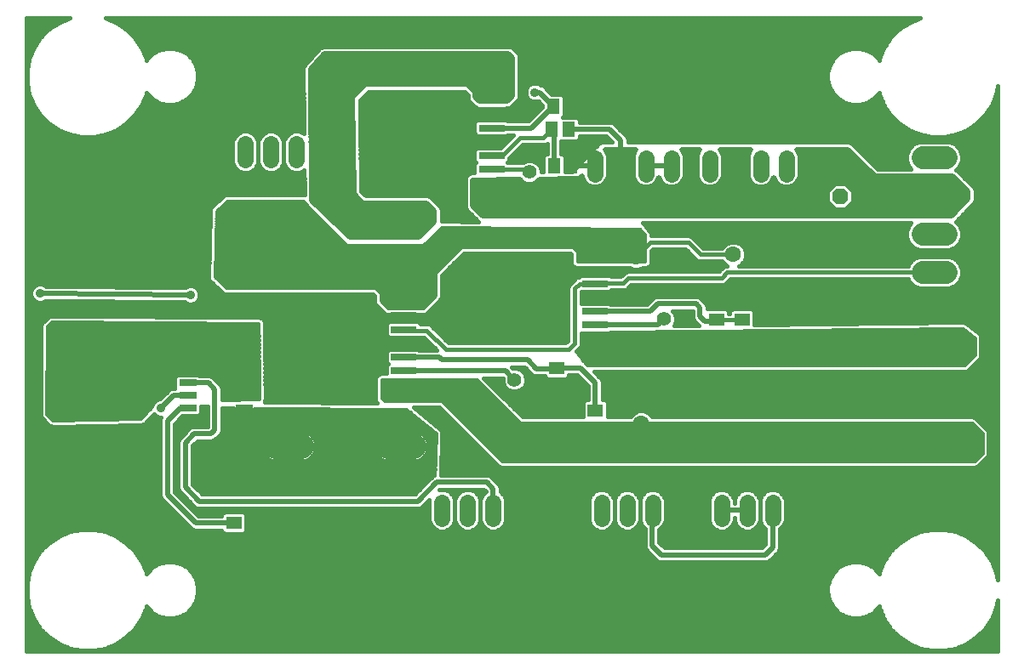
<source format=gbl>
G75*
%MOIN*%
%OFA0B0*%
%FSLAX24Y24*%
%IPPOS*%
%LPD*%
%AMOC8*
5,1,8,0,0,1.08239X$1,22.5*
%
%ADD10R,0.1000X0.0270*%
%ADD11R,0.3000X0.1500*%
%ADD12C,0.1000*%
%ADD13R,0.0512X0.0591*%
%ADD14OC8,0.0630*%
%ADD15C,0.0630*%
%ADD16OC8,0.0600*%
%ADD17C,0.0550*%
%ADD18C,0.0900*%
%ADD19R,0.0591X0.0512*%
%ADD20C,0.0630*%
%ADD21R,0.0689X0.0256*%
%ADD22C,0.0200*%
%ADD23C,0.0160*%
%ADD24C,0.0360*%
%ADD25C,0.0100*%
D10*
X017430Y013610D03*
X017430Y014150D03*
X017430Y014690D03*
X017430Y015230D03*
X017430Y015770D03*
X017430Y016310D03*
X017430Y016850D03*
X020880Y021510D03*
X020880Y022050D03*
X020880Y022590D03*
X020880Y023130D03*
X020880Y023670D03*
X020880Y024210D03*
X020880Y024750D03*
X024930Y018650D03*
X024930Y018110D03*
X024930Y017570D03*
X024930Y017030D03*
X024930Y016490D03*
X024930Y015950D03*
X024930Y015410D03*
D11*
X021980Y017030D03*
X014480Y015230D03*
X017930Y023130D03*
D12*
X017830Y020060D02*
X016830Y020060D01*
X013430Y020060D02*
X012430Y020060D01*
X012430Y011200D02*
X013430Y011200D01*
X016830Y011200D02*
X017830Y011200D01*
D13*
X023325Y022190D03*
X023995Y022190D03*
X023905Y023620D03*
X023235Y023620D03*
X023295Y024530D03*
X023965Y024530D03*
D14*
X022290Y026350D03*
X027530Y018630D03*
X031330Y018710D03*
X032990Y016830D03*
X034530Y020980D03*
X026730Y013480D03*
D15*
X026730Y012080D03*
X032990Y015430D03*
X030330Y018710D03*
X026530Y018630D03*
X035930Y020980D03*
X021290Y026350D03*
D16*
X022360Y022740D03*
X028430Y016180D03*
X021766Y012994D03*
D17*
X021766Y013794D03*
X027630Y016180D03*
X022360Y021940D03*
D18*
X036080Y015180D02*
X036980Y015180D01*
X038080Y015180D02*
X038980Y015180D01*
X038980Y013180D02*
X038080Y013180D01*
X036980Y013180D02*
X036080Y013180D01*
X036080Y011180D02*
X036980Y011180D01*
X038080Y011180D02*
X038980Y011180D01*
X038980Y009180D02*
X038080Y009180D01*
X036980Y009180D02*
X036080Y009180D01*
X037752Y018006D02*
X038652Y018006D01*
X038652Y019506D02*
X037752Y019506D01*
X037752Y021006D02*
X038652Y021006D01*
X038652Y022506D02*
X037752Y022506D01*
X006980Y015080D02*
X006080Y015080D01*
X004980Y015080D02*
X004080Y015080D01*
X004080Y013080D02*
X004980Y013080D01*
X006080Y013080D02*
X006980Y013080D01*
X006980Y011080D02*
X006080Y011080D01*
X004980Y011080D02*
X004080Y011080D01*
X004080Y009080D02*
X004980Y009080D01*
X006080Y009080D02*
X006980Y009080D01*
D19*
X010780Y008184D03*
X010780Y007436D03*
X023430Y013595D03*
X023430Y014265D03*
X024940Y012585D03*
X024940Y011915D03*
X030680Y015495D03*
X030680Y016165D03*
X029680Y016145D03*
X029680Y016815D03*
X027780Y019656D03*
X027780Y020404D03*
D20*
X027930Y021865D02*
X027930Y022495D01*
X026930Y022495D02*
X026930Y021865D01*
X025930Y021865D02*
X025930Y022495D01*
X024930Y022495D02*
X024930Y021865D01*
X029430Y021865D02*
X029430Y022495D01*
X030430Y022495D02*
X030430Y021865D01*
X031430Y021865D02*
X031430Y022495D01*
X032430Y022495D02*
X032430Y021865D01*
X032880Y008995D02*
X032880Y008365D01*
X031880Y008365D02*
X031880Y008995D01*
X030880Y008995D02*
X030880Y008365D01*
X029880Y008365D02*
X029880Y008995D01*
X028180Y008995D02*
X028180Y008365D01*
X027180Y008365D02*
X027180Y008995D01*
X026180Y008995D02*
X026180Y008365D01*
X025180Y008365D02*
X025180Y008995D01*
X021930Y008995D02*
X021930Y008365D01*
X020930Y008365D02*
X020930Y008995D01*
X019930Y008995D02*
X019930Y008365D01*
X018930Y008365D02*
X018930Y008995D01*
X013230Y022415D02*
X013230Y023045D01*
X012230Y023045D02*
X012230Y022415D01*
X011230Y022415D02*
X011230Y023045D01*
X010230Y023045D02*
X010230Y022415D01*
D21*
X011180Y013680D03*
X011180Y013180D03*
X011180Y012680D03*
X011180Y012180D03*
X008975Y012180D03*
X008975Y012680D03*
X008975Y013180D03*
X008975Y013680D03*
D22*
X009780Y013680D01*
X010030Y013430D01*
X010030Y011830D01*
X009880Y011680D01*
X009230Y011680D01*
X008880Y011330D01*
X008880Y009580D01*
X009430Y009030D01*
X017980Y009030D01*
X018730Y009780D01*
X020680Y009780D01*
X020930Y009530D01*
X020930Y008680D01*
X024930Y012595D02*
X024940Y012585D01*
X024930Y012595D02*
X024930Y013680D01*
X024345Y014265D01*
X023430Y014265D01*
X023395Y014230D01*
X022630Y014230D01*
X022280Y014580D01*
X018930Y014580D01*
X018820Y014690D01*
X017430Y014690D01*
X017430Y014150D02*
X021410Y014150D01*
X021766Y013794D01*
X024930Y015950D02*
X027400Y015950D01*
X027630Y016180D01*
X027090Y016490D02*
X027380Y016780D01*
X028880Y016780D01*
X029030Y016630D01*
X029030Y016280D01*
X029230Y016080D01*
X029615Y016080D01*
X029680Y016145D01*
X027090Y016490D02*
X024930Y016490D01*
X020530Y020230D02*
X020130Y020630D01*
X020130Y021630D01*
X021975Y021653D01*
X022091Y021537D01*
X022266Y021465D01*
X022454Y021465D01*
X022629Y021537D01*
X022755Y021663D01*
X024130Y021680D01*
X024144Y021695D01*
X024333Y021695D01*
X024415Y021776D01*
X024415Y021763D01*
X024493Y021573D01*
X024638Y021428D01*
X024828Y021350D01*
X025032Y021350D01*
X025222Y021428D01*
X025367Y021573D01*
X025445Y021763D01*
X025445Y022597D01*
X025367Y022787D01*
X025323Y022830D01*
X026537Y022830D01*
X026493Y022787D01*
X026415Y022597D01*
X026415Y021763D01*
X026493Y021573D01*
X026638Y021428D01*
X026828Y021350D01*
X027032Y021350D01*
X027222Y021428D01*
X027367Y021573D01*
X027430Y021726D01*
X027493Y021573D01*
X027638Y021428D01*
X027828Y021350D01*
X028032Y021350D01*
X028222Y021428D01*
X028367Y021573D01*
X028445Y021763D01*
X028445Y022597D01*
X028367Y022787D01*
X028323Y022830D01*
X029037Y022830D01*
X028993Y022787D01*
X028915Y022597D01*
X028915Y021763D01*
X028993Y021573D01*
X029138Y021428D01*
X029328Y021350D01*
X029532Y021350D01*
X029722Y021428D01*
X029867Y021573D01*
X029945Y021763D01*
X029945Y022597D01*
X029867Y022787D01*
X029823Y022830D01*
X031037Y022830D01*
X030993Y022787D01*
X030915Y022597D01*
X030915Y021763D01*
X030993Y021573D01*
X031138Y021428D01*
X031328Y021350D01*
X031532Y021350D01*
X031722Y021428D01*
X031867Y021573D01*
X031930Y021726D01*
X031993Y021573D01*
X032138Y021428D01*
X032328Y021350D01*
X032532Y021350D01*
X032722Y021428D01*
X032867Y021573D01*
X032945Y021763D01*
X032945Y022597D01*
X032867Y022787D01*
X032823Y022830D01*
X034830Y022830D01*
X035880Y021780D01*
X038930Y021780D01*
X039530Y021180D01*
X039530Y020880D01*
X038880Y020230D01*
X020530Y020230D01*
X020413Y020347D02*
X038997Y020347D01*
X039195Y020545D02*
X034823Y020545D01*
X034743Y020465D02*
X035045Y020767D01*
X035045Y021193D01*
X034743Y021495D01*
X034317Y021495D01*
X034015Y021193D01*
X034015Y020767D01*
X034317Y020465D01*
X034743Y020465D01*
X035022Y020744D02*
X039394Y020744D01*
X039530Y020942D02*
X035045Y020942D01*
X035045Y021141D02*
X039530Y021141D01*
X039371Y021339D02*
X034899Y021339D01*
X034161Y021339D02*
X020130Y021339D01*
X020130Y021141D02*
X034015Y021141D01*
X034015Y020942D02*
X020130Y020942D01*
X020130Y020744D02*
X034038Y020744D01*
X034237Y020545D02*
X020215Y020545D01*
X020130Y021538D02*
X022091Y021538D01*
X022629Y021538D02*
X024529Y021538D01*
X024426Y021736D02*
X024375Y021736D01*
X023995Y022190D02*
X024920Y022190D01*
X024930Y022180D01*
X025445Y022133D02*
X026415Y022133D01*
X026415Y021935D02*
X025445Y021935D01*
X025434Y021736D02*
X026426Y021736D01*
X026529Y021538D02*
X025331Y021538D01*
X025930Y022180D02*
X025930Y023180D01*
X025490Y023620D01*
X023905Y023620D01*
X023325Y023530D02*
X023235Y023620D01*
X023325Y023530D02*
X023325Y022190D01*
X022435Y023670D02*
X020880Y023670D01*
X020380Y024730D02*
X020230Y024880D01*
X020230Y025080D01*
X019930Y025380D01*
X015930Y025380D01*
X015430Y024880D01*
X015480Y021080D01*
X015830Y020730D01*
X018330Y020730D01*
X018630Y020430D01*
X018630Y019980D01*
X018030Y019380D01*
X015330Y019380D01*
X013830Y020830D01*
X013780Y025980D01*
X014330Y026580D01*
X021530Y026580D01*
X021680Y026430D01*
X021680Y024930D01*
X021480Y024730D01*
X020380Y024730D01*
X020230Y024912D02*
X021662Y024912D01*
X021680Y025111D02*
X020199Y025111D01*
X020001Y025309D02*
X021680Y025309D01*
X021680Y025508D02*
X013785Y025508D01*
X013783Y025706D02*
X021680Y025706D01*
X021680Y025905D02*
X013781Y025905D01*
X013893Y026103D02*
X021680Y026103D01*
X021680Y026302D02*
X014075Y026302D01*
X014257Y026500D02*
X021610Y026500D01*
X022570Y025070D02*
X022755Y025070D01*
X023295Y024530D01*
X022435Y023670D01*
X022570Y025070D02*
X022740Y025070D01*
X025391Y022729D02*
X026469Y022729D01*
X026415Y022530D02*
X025445Y022530D01*
X025445Y022332D02*
X026415Y022332D01*
X026930Y022180D02*
X027930Y022180D01*
X028445Y022133D02*
X028915Y022133D01*
X028915Y021935D02*
X028445Y021935D01*
X028434Y021736D02*
X028926Y021736D01*
X029029Y021538D02*
X028331Y021538D01*
X027529Y021538D02*
X027331Y021538D01*
X028445Y022332D02*
X028915Y022332D01*
X028915Y022530D02*
X028445Y022530D01*
X028391Y022729D02*
X028969Y022729D01*
X029891Y022729D02*
X030969Y022729D01*
X030915Y022530D02*
X029945Y022530D01*
X029945Y022332D02*
X030915Y022332D01*
X030915Y022133D02*
X029945Y022133D01*
X029945Y021935D02*
X030915Y021935D01*
X030926Y021736D02*
X029934Y021736D01*
X029831Y021538D02*
X031029Y021538D01*
X031831Y021538D02*
X032029Y021538D01*
X032831Y021538D02*
X039172Y021538D01*
X038974Y021736D02*
X032934Y021736D01*
X032945Y021935D02*
X035725Y021935D01*
X035527Y022133D02*
X032945Y022133D01*
X032945Y022332D02*
X035328Y022332D01*
X035130Y022530D02*
X032945Y022530D01*
X032891Y022729D02*
X034931Y022729D01*
X018630Y020347D02*
X014330Y020347D01*
X014125Y020545D02*
X018515Y020545D01*
X018630Y020148D02*
X014535Y020148D01*
X014741Y019950D02*
X018600Y019950D01*
X018401Y019751D02*
X014946Y019751D01*
X015152Y019553D02*
X018203Y019553D01*
X015816Y020744D02*
X013919Y020744D01*
X013829Y020942D02*
X015618Y020942D01*
X015479Y021141D02*
X013827Y021141D01*
X013825Y021339D02*
X015477Y021339D01*
X015474Y021538D02*
X013823Y021538D01*
X013821Y021736D02*
X015471Y021736D01*
X015469Y021935D02*
X013819Y021935D01*
X013817Y022133D02*
X015466Y022133D01*
X015464Y022332D02*
X013815Y022332D01*
X013813Y022530D02*
X015461Y022530D01*
X015458Y022729D02*
X013812Y022729D01*
X013810Y022927D02*
X015456Y022927D01*
X015453Y023126D02*
X013808Y023126D01*
X013806Y023324D02*
X015450Y023324D01*
X015448Y023523D02*
X013804Y023523D01*
X013802Y023721D02*
X015445Y023721D01*
X015443Y023920D02*
X013800Y023920D01*
X013798Y024118D02*
X015440Y024118D01*
X015437Y024317D02*
X013796Y024317D01*
X013794Y024515D02*
X015435Y024515D01*
X015432Y024714D02*
X013792Y024714D01*
X013790Y024912D02*
X015462Y024912D01*
X015661Y025111D02*
X013788Y025111D01*
X013787Y025309D02*
X015859Y025309D01*
X011230Y022730D02*
X011180Y022680D01*
X009080Y017130D02*
X003180Y017180D01*
X007930Y012680D02*
X008430Y013180D01*
X008975Y013180D01*
X008975Y012680D02*
X008680Y012680D01*
X008180Y012180D01*
X008180Y009280D01*
X009276Y008184D01*
X010780Y008184D01*
X016680Y015180D02*
X017430Y015230D01*
X018180Y015180D02*
X016680Y015180D01*
X016680Y016180D02*
X017430Y016310D01*
X018180Y016180D02*
X016680Y016180D01*
X018180Y016180D02*
X018298Y016181D01*
X018305Y015181D02*
X018180Y015180D01*
X027155Y008655D02*
X027180Y008680D01*
X027155Y008655D02*
X027155Y007305D01*
X027530Y006930D01*
X031580Y006930D01*
X031880Y007230D01*
X031880Y008680D01*
X030880Y008680D02*
X029880Y008680D01*
D23*
X002660Y003160D02*
X002660Y027980D01*
X004352Y027980D01*
X003928Y027804D01*
X003538Y027544D01*
X003206Y027212D01*
X002946Y026822D01*
X002766Y026389D01*
X002675Y025929D01*
X002675Y025461D01*
X002766Y025001D01*
X002946Y024568D01*
X003206Y024178D01*
X003538Y023846D01*
X003928Y023586D01*
X004361Y023406D01*
X004821Y023315D01*
X005289Y023315D01*
X005749Y023406D01*
X006182Y023586D01*
X006572Y023846D01*
X006904Y024178D01*
X007164Y024568D01*
X007344Y025001D01*
X007355Y025060D01*
X007381Y025017D01*
X007587Y024811D01*
X007838Y024665D01*
X008120Y024590D01*
X008410Y024590D01*
X008692Y024665D01*
X008943Y024811D01*
X009149Y025017D01*
X009295Y025268D01*
X009370Y025550D01*
X009370Y025840D01*
X009295Y026122D01*
X009149Y026373D01*
X008943Y026579D01*
X008692Y026725D01*
X008410Y026800D01*
X008120Y026800D01*
X007838Y026725D01*
X007587Y026579D01*
X007381Y026373D01*
X007355Y026330D01*
X007344Y026389D01*
X007164Y026822D01*
X006904Y027212D01*
X006572Y027544D01*
X006182Y027804D01*
X005758Y027980D01*
X037647Y027980D01*
X037223Y027804D01*
X036833Y027544D01*
X036501Y027212D01*
X036241Y026822D01*
X036061Y026389D01*
X036050Y026330D01*
X036024Y026373D01*
X035818Y026579D01*
X035567Y026725D01*
X035285Y026800D01*
X034995Y026800D01*
X034713Y026725D01*
X034462Y026579D01*
X034256Y026373D01*
X034110Y026122D01*
X034035Y025840D01*
X034035Y025550D01*
X034110Y025268D01*
X034256Y025017D01*
X034462Y024811D01*
X034713Y024665D01*
X034995Y024590D01*
X035285Y024590D01*
X035567Y024665D01*
X035818Y024811D01*
X036024Y025017D01*
X036050Y025060D01*
X036061Y025001D01*
X036241Y024568D01*
X036501Y024178D01*
X036833Y023846D01*
X037223Y023586D01*
X037656Y023406D01*
X038116Y023315D01*
X038584Y023315D01*
X039044Y023406D01*
X039477Y023586D01*
X039867Y023846D01*
X040199Y024178D01*
X040459Y024568D01*
X040639Y025001D01*
X040700Y025310D01*
X040700Y005940D01*
X040639Y006249D01*
X040459Y006682D01*
X040199Y007072D01*
X039867Y007404D01*
X039477Y007664D01*
X039044Y007844D01*
X038584Y007935D01*
X038116Y007935D01*
X037656Y007844D01*
X037223Y007664D01*
X036833Y007404D01*
X036501Y007072D01*
X036241Y006682D01*
X036061Y006249D01*
X036050Y006190D01*
X036024Y006233D01*
X035818Y006439D01*
X035567Y006585D01*
X035285Y006660D01*
X034995Y006660D01*
X034713Y006585D01*
X034462Y006439D01*
X034256Y006233D01*
X034110Y005982D01*
X034035Y005700D01*
X034035Y005410D01*
X034110Y005128D01*
X034256Y004877D01*
X034462Y004671D01*
X034713Y004525D01*
X034995Y004450D01*
X035285Y004450D01*
X035567Y004525D01*
X035818Y004671D01*
X036024Y004877D01*
X036050Y004920D01*
X036061Y004861D01*
X036241Y004428D01*
X036501Y004038D01*
X036833Y003706D01*
X037223Y003446D01*
X037656Y003266D01*
X038116Y003175D01*
X038584Y003175D01*
X039044Y003266D01*
X039477Y003446D01*
X039867Y003706D01*
X040199Y004038D01*
X040459Y004428D01*
X040639Y004861D01*
X040700Y005170D01*
X040700Y003160D01*
X002660Y003160D01*
X002660Y003314D02*
X004246Y003314D01*
X004361Y003266D02*
X004821Y003175D01*
X005289Y003175D01*
X005749Y003266D01*
X006182Y003446D01*
X006572Y003706D01*
X006904Y004038D01*
X007164Y004428D01*
X007344Y004861D01*
X007355Y004920D01*
X007381Y004877D01*
X007587Y004671D01*
X007838Y004525D01*
X008120Y004450D01*
X008410Y004450D01*
X008692Y004525D01*
X008943Y004671D01*
X009149Y004877D01*
X009295Y005128D01*
X009370Y005410D01*
X009370Y005700D01*
X009295Y005982D01*
X009149Y006233D01*
X008943Y006439D01*
X008692Y006585D01*
X008410Y006660D01*
X008120Y006660D01*
X007838Y006585D01*
X007587Y006439D01*
X007381Y006233D01*
X007355Y006190D01*
X007344Y006249D01*
X007164Y006682D01*
X006904Y007072D01*
X006572Y007404D01*
X006182Y007664D01*
X005749Y007844D01*
X005289Y007935D01*
X004821Y007935D01*
X004361Y007844D01*
X003928Y007664D01*
X003538Y007404D01*
X003206Y007072D01*
X002946Y006682D01*
X002766Y006249D01*
X002675Y005789D01*
X002675Y005321D01*
X002766Y004861D01*
X002946Y004428D01*
X003206Y004038D01*
X003538Y003706D01*
X003928Y003446D01*
X004361Y003266D01*
X003888Y003473D02*
X002660Y003473D01*
X002660Y003631D02*
X003651Y003631D01*
X003455Y003790D02*
X002660Y003790D01*
X002660Y003948D02*
X003296Y003948D01*
X003160Y004107D02*
X002660Y004107D01*
X002660Y004265D02*
X003055Y004265D01*
X002949Y004424D02*
X002660Y004424D01*
X002660Y004582D02*
X002882Y004582D01*
X002816Y004741D02*
X002660Y004741D01*
X002660Y004899D02*
X002759Y004899D01*
X002727Y005058D02*
X002660Y005058D01*
X002660Y005216D02*
X002696Y005216D01*
X002675Y005375D02*
X002660Y005375D01*
X002660Y005533D02*
X002675Y005533D01*
X002660Y005692D02*
X002675Y005692D01*
X002660Y005850D02*
X002687Y005850D01*
X002660Y006009D02*
X002719Y006009D01*
X002750Y006167D02*
X002660Y006167D01*
X002660Y006326D02*
X002798Y006326D01*
X002864Y006484D02*
X002660Y006484D01*
X002660Y006643D02*
X002929Y006643D01*
X003025Y006801D02*
X002660Y006801D01*
X002660Y006960D02*
X003131Y006960D01*
X003252Y007118D02*
X002660Y007118D01*
X002660Y007277D02*
X003411Y007277D01*
X003585Y007435D02*
X002660Y007435D01*
X002660Y007594D02*
X003822Y007594D01*
X004140Y007752D02*
X002660Y007752D01*
X002660Y007911D02*
X004697Y007911D01*
X005413Y007911D02*
X009205Y007911D01*
X009220Y007904D02*
X010305Y007904D01*
X010305Y007854D01*
X010410Y007748D01*
X011150Y007748D01*
X011255Y007854D01*
X011255Y008514D01*
X011150Y008620D01*
X010410Y008620D01*
X010305Y008514D01*
X010305Y008464D01*
X009392Y008464D01*
X008460Y009396D01*
X008460Y012064D01*
X008768Y012372D01*
X009394Y012372D01*
X009500Y012477D01*
X009500Y012752D01*
X009750Y012755D01*
X009750Y011960D01*
X009174Y011960D01*
X009071Y011917D01*
X008721Y011567D01*
X008643Y011489D01*
X008600Y011386D01*
X008600Y009524D01*
X008643Y009421D01*
X009193Y008871D01*
X009271Y008793D01*
X009374Y008750D01*
X018036Y008750D01*
X018139Y008793D01*
X018435Y009089D01*
X018435Y008267D01*
X018510Y008085D01*
X018650Y007945D01*
X018832Y007870D01*
X019028Y007870D01*
X019210Y007945D01*
X019350Y008085D01*
X019425Y008267D01*
X019425Y009093D01*
X019350Y009275D01*
X019210Y009415D01*
X019028Y009490D01*
X018836Y009490D01*
X018846Y009500D01*
X020564Y009500D01*
X020649Y009415D01*
X020510Y009275D01*
X020435Y009093D01*
X020435Y008267D01*
X020510Y008085D01*
X020650Y007945D01*
X020832Y007870D01*
X021028Y007870D01*
X021210Y007945D01*
X021350Y008085D01*
X021425Y008267D01*
X021425Y009093D01*
X021350Y009275D01*
X021210Y009415D01*
X021210Y009586D01*
X021167Y009689D01*
X021089Y009767D01*
X020839Y010017D01*
X020736Y010060D01*
X018896Y010060D01*
X018939Y011638D01*
X018944Y011653D01*
X018940Y011689D01*
X018941Y011725D01*
X018935Y011740D01*
X018934Y011756D01*
X018917Y011788D01*
X018904Y011821D01*
X018893Y011833D01*
X018885Y011848D01*
X018858Y011870D01*
X018833Y011896D01*
X018818Y011903D01*
X017829Y012720D01*
X018822Y012720D01*
X020610Y010933D01*
X021060Y010483D01*
X021133Y010410D01*
X021228Y010370D01*
X039832Y010370D01*
X039927Y010410D01*
X040227Y010710D01*
X040300Y010783D01*
X040340Y010878D01*
X040340Y011732D01*
X040300Y011827D01*
X039900Y012227D01*
X039827Y012300D01*
X039732Y012340D01*
X027158Y012340D01*
X027150Y012360D01*
X027010Y012500D01*
X026828Y012575D01*
X026632Y012575D01*
X026450Y012500D01*
X026310Y012360D01*
X026302Y012340D01*
X025415Y012340D01*
X025415Y012915D01*
X025310Y013021D01*
X025210Y013021D01*
X025210Y013736D01*
X025167Y013839D01*
X025089Y013917D01*
X024886Y014120D01*
X039432Y014120D01*
X039527Y014160D01*
X039927Y014560D01*
X040000Y014633D01*
X040040Y014728D01*
X040040Y015395D01*
X040044Y015411D01*
X040040Y015446D01*
X040040Y015482D01*
X040034Y015497D01*
X040032Y015514D01*
X040014Y015544D01*
X040000Y015577D01*
X039989Y015589D01*
X039980Y015603D01*
X039952Y015625D01*
X039927Y015650D01*
X039912Y015657D01*
X039501Y015976D01*
X039475Y016002D01*
X039461Y016008D01*
X039449Y016017D01*
X039413Y016027D01*
X039379Y016041D01*
X039364Y016040D01*
X039349Y016044D01*
X039313Y016040D01*
X031155Y015958D01*
X031155Y016495D01*
X031050Y016601D01*
X030310Y016601D01*
X030205Y016495D01*
X030205Y016405D01*
X030155Y016405D01*
X030155Y016476D01*
X030050Y016581D01*
X029310Y016581D01*
X029310Y016686D01*
X029267Y016789D01*
X029189Y016867D01*
X029039Y017017D01*
X028936Y017060D01*
X027324Y017060D01*
X027221Y017017D01*
X027143Y016939D01*
X026974Y016770D01*
X025540Y016770D01*
X025505Y016805D01*
X024390Y016805D01*
X024390Y017255D01*
X025505Y017255D01*
X025570Y017320D01*
X026082Y017320D01*
X026177Y017360D01*
X026250Y017433D01*
X026338Y017520D01*
X029932Y017520D01*
X030027Y017560D01*
X030100Y017633D01*
X030214Y017746D01*
X037178Y017746D01*
X037218Y017650D01*
X037396Y017472D01*
X037627Y017376D01*
X038778Y017376D01*
X039009Y017472D01*
X039187Y017650D01*
X039282Y017881D01*
X039282Y018132D01*
X039187Y018363D01*
X039009Y018540D01*
X038778Y018636D01*
X037627Y018636D01*
X037396Y018540D01*
X037218Y018363D01*
X037178Y018266D01*
X030552Y018266D01*
X030610Y018290D01*
X030750Y018430D01*
X030825Y018612D01*
X030825Y018808D01*
X030750Y018990D01*
X030610Y019130D01*
X030428Y019205D01*
X030232Y019205D01*
X030050Y019130D01*
X029910Y018990D01*
X029902Y018970D01*
X029158Y018970D01*
X028800Y019327D01*
X028727Y019400D01*
X028632Y019440D01*
X027110Y019440D01*
X027110Y019467D01*
X027119Y019549D01*
X027110Y019561D01*
X027110Y019575D01*
X027052Y019634D01*
X026911Y019810D01*
X026911Y019824D01*
X026852Y019883D01*
X026800Y019948D01*
X026786Y019950D01*
X037305Y019950D01*
X037218Y019863D01*
X037122Y019632D01*
X037122Y019381D01*
X037218Y019150D01*
X037396Y018972D01*
X037627Y018876D01*
X038778Y018876D01*
X039009Y018972D01*
X039187Y019150D01*
X039282Y019381D01*
X039282Y019632D01*
X039187Y019863D01*
X039048Y020002D01*
X039117Y020071D01*
X039767Y020721D01*
X039810Y020824D01*
X039810Y021236D01*
X039767Y021339D01*
X039689Y021417D01*
X039089Y022017D01*
X040700Y022017D01*
X040700Y021859D02*
X039247Y021859D01*
X039089Y022017D02*
X039064Y022027D01*
X039187Y022150D01*
X039282Y022381D01*
X039282Y022632D01*
X039187Y022863D01*
X039009Y023040D01*
X038778Y023136D01*
X037627Y023136D01*
X037396Y023040D01*
X037218Y022863D01*
X037122Y022632D01*
X037122Y022381D01*
X037218Y022150D01*
X037308Y022060D01*
X035996Y022060D01*
X034989Y023067D01*
X034886Y023110D01*
X026210Y023110D01*
X026210Y023236D01*
X026167Y023339D01*
X026089Y023417D01*
X025649Y023857D01*
X025546Y023900D01*
X024341Y023900D01*
X024341Y023990D01*
X024235Y024095D01*
X023666Y024095D01*
X023731Y024160D01*
X023731Y024900D01*
X023626Y025005D01*
X023216Y025005D01*
X022914Y025307D01*
X022811Y025350D01*
X022799Y025350D01*
X022774Y025375D01*
X022642Y025430D01*
X022498Y025430D01*
X022366Y025375D01*
X022265Y025274D01*
X022210Y025142D01*
X022210Y024998D01*
X022265Y024866D01*
X022366Y024765D01*
X022498Y024710D01*
X022642Y024710D01*
X022697Y024733D01*
X022859Y024570D01*
X022859Y024490D01*
X022319Y023950D01*
X021490Y023950D01*
X021455Y023985D01*
X020305Y023985D01*
X020200Y023880D01*
X020200Y023460D01*
X020305Y023355D01*
X021455Y023355D01*
X021490Y023390D01*
X021722Y023390D01*
X021237Y022905D01*
X020305Y022905D01*
X020200Y022800D01*
X020200Y022380D01*
X020260Y022320D01*
X020200Y022260D01*
X020200Y021911D01*
X020128Y021910D01*
X020074Y021910D01*
X020073Y021909D01*
X020071Y021909D01*
X020021Y021888D01*
X019971Y021867D01*
X019970Y021866D01*
X019968Y021865D01*
X019931Y021827D01*
X019893Y021789D01*
X019892Y021787D01*
X019891Y021786D01*
X019871Y021736D01*
X019850Y021686D01*
X019850Y021684D01*
X019849Y021682D01*
X019850Y021628D01*
X019850Y020574D01*
X019893Y020471D01*
X019971Y020393D01*
X019971Y020393D01*
X020293Y020071D01*
X020363Y020001D01*
X018935Y020010D01*
X018910Y020011D01*
X018910Y020486D01*
X018867Y020589D01*
X018567Y020889D01*
X018489Y020967D01*
X018386Y021010D01*
X015946Y021010D01*
X015758Y021198D01*
X015712Y024766D01*
X016046Y025100D01*
X019814Y025100D01*
X019950Y024964D01*
X019950Y024824D01*
X019993Y024721D01*
X020143Y024571D01*
X020221Y024493D01*
X020266Y024474D01*
X020305Y024435D01*
X021455Y024435D01*
X021470Y024450D01*
X021536Y024450D01*
X021639Y024493D01*
X021839Y024693D01*
X021917Y024771D01*
X021960Y024874D01*
X021960Y026486D01*
X021917Y026589D01*
X021767Y026739D01*
X021689Y026817D01*
X021586Y026860D01*
X014379Y026860D01*
X014373Y026862D01*
X014324Y026860D01*
X014274Y026860D01*
X014268Y026858D01*
X014262Y026857D01*
X014217Y026836D01*
X014171Y026817D01*
X014167Y026813D01*
X014161Y026810D01*
X014128Y026774D01*
X014093Y026739D01*
X014090Y026733D01*
X013577Y026173D01*
X013541Y026136D01*
X013539Y026132D01*
X013536Y026128D01*
X013519Y026080D01*
X013499Y026033D01*
X013500Y026028D01*
X013498Y026023D01*
X013500Y025973D01*
X013525Y023450D01*
X013510Y023465D01*
X013328Y023540D01*
X013132Y023540D01*
X012950Y023465D01*
X012810Y023325D01*
X012735Y023143D01*
X012735Y022317D01*
X012810Y022135D01*
X012950Y021995D01*
X013132Y021920D01*
X013328Y021920D01*
X013510Y021995D01*
X013538Y022023D01*
X013548Y021060D01*
X013482Y021060D01*
X013388Y021061D01*
X013387Y021060D01*
X010537Y021060D01*
X010448Y021065D01*
X010443Y021060D01*
X010435Y021060D01*
X010372Y020997D01*
X009994Y020662D01*
X009989Y020662D01*
X009924Y020599D01*
X009856Y020539D01*
X009856Y020533D01*
X009852Y020530D01*
X009850Y020439D01*
X009845Y020348D01*
X009848Y020344D01*
X009802Y017927D01*
X009800Y017925D01*
X009800Y017832D01*
X009798Y017739D01*
X009800Y017737D01*
X009800Y017735D01*
X009866Y017669D01*
X009930Y017602D01*
X009933Y017602D01*
X010385Y017150D01*
X016235Y017150D01*
X016300Y017085D01*
X016300Y016785D01*
X016435Y016650D01*
X016735Y016350D01*
X018275Y016350D01*
X018410Y016485D01*
X018910Y016985D01*
X018910Y017885D01*
X019775Y018750D01*
X023953Y018750D01*
X024000Y018715D01*
X024000Y018335D01*
X024135Y018200D01*
X026275Y018200D01*
X026432Y018135D01*
X026628Y018135D01*
X026785Y018200D01*
X026975Y018200D01*
X027110Y018335D01*
X027110Y018842D01*
X027188Y018920D01*
X028472Y018920D01*
X028903Y018490D01*
X028998Y018450D01*
X029902Y018450D01*
X029910Y018430D01*
X030050Y018290D01*
X030108Y018266D01*
X030055Y018266D01*
X029959Y018227D01*
X029772Y018040D01*
X026178Y018040D01*
X026083Y018000D01*
X025922Y017840D01*
X025550Y017840D01*
X025505Y017885D01*
X024355Y017885D01*
X024300Y017830D01*
X024268Y017830D01*
X024173Y017790D01*
X023983Y017600D01*
X023910Y017527D01*
X023870Y017432D01*
X023870Y015338D01*
X023772Y015240D01*
X019188Y015240D01*
X018550Y015877D01*
X018477Y015950D01*
X018382Y015990D01*
X018100Y015990D01*
X018005Y016085D01*
X016855Y016085D01*
X016750Y015980D01*
X016750Y015560D01*
X016855Y015455D01*
X018005Y015455D01*
X018020Y015470D01*
X018222Y015470D01*
X018722Y014970D01*
X018040Y014970D01*
X018005Y015005D01*
X016855Y015005D01*
X016750Y014900D01*
X016750Y014480D01*
X016810Y014420D01*
X016750Y014360D01*
X016750Y014040D01*
X016528Y014040D01*
X016433Y014000D01*
X016360Y013927D01*
X016320Y013832D01*
X016320Y013028D01*
X016360Y012933D01*
X016394Y012898D01*
X011985Y012928D01*
X011991Y012942D01*
X012010Y012989D01*
X012010Y012990D01*
X012011Y012992D01*
X012010Y013042D01*
X012000Y015990D01*
X012000Y016040D01*
X012000Y016041D01*
X012000Y016043D01*
X011980Y016089D01*
X011961Y016136D01*
X011960Y016137D01*
X011960Y016138D01*
X011924Y016174D01*
X011889Y016209D01*
X011887Y016210D01*
X011887Y016211D01*
X011840Y016230D01*
X011793Y016250D01*
X011792Y016250D01*
X011791Y016250D01*
X011740Y016250D01*
X003682Y016300D01*
X003641Y016303D01*
X003631Y016300D01*
X003620Y016300D01*
X003582Y016285D01*
X003542Y016272D01*
X003534Y016265D01*
X003524Y016261D01*
X003495Y016232D01*
X003344Y016105D01*
X003333Y016101D01*
X003304Y016072D01*
X003273Y016046D01*
X003268Y016036D01*
X003260Y016028D01*
X003244Y015990D01*
X003225Y015954D01*
X003224Y015943D01*
X003220Y015932D01*
X003220Y015892D01*
X003217Y015851D01*
X003220Y015840D01*
X003210Y012466D01*
X003208Y012420D01*
X003210Y012415D01*
X003210Y012409D01*
X003227Y012366D01*
X003243Y012323D01*
X003247Y012319D01*
X003249Y012313D01*
X003282Y012281D01*
X003459Y012087D01*
X003462Y012080D01*
X003493Y012049D01*
X003523Y012016D01*
X003530Y012013D01*
X003536Y012007D01*
X003577Y011991D01*
X003617Y011973D01*
X003625Y011972D01*
X003632Y011969D01*
X003676Y011970D01*
X003720Y011968D01*
X003727Y011971D01*
X007085Y012019D01*
X007088Y012018D01*
X007137Y012020D01*
X007185Y012021D01*
X007188Y012022D01*
X007191Y012022D01*
X007236Y012042D01*
X007280Y012062D01*
X007283Y012064D01*
X007285Y012065D01*
X007318Y012101D01*
X007353Y012136D01*
X007354Y012139D01*
X007647Y012454D01*
X007726Y012375D01*
X007858Y012320D01*
X007935Y012320D01*
X007900Y012236D01*
X007900Y009224D01*
X007943Y009121D01*
X008021Y009043D01*
X008021Y009043D01*
X009117Y007947D01*
X009220Y007904D01*
X008995Y008069D02*
X002660Y008069D01*
X002660Y008228D02*
X008837Y008228D01*
X008678Y008386D02*
X002660Y008386D01*
X002660Y008545D02*
X008520Y008545D01*
X008361Y008703D02*
X002660Y008703D01*
X002660Y008862D02*
X008203Y008862D01*
X008044Y009020D02*
X002660Y009020D01*
X002660Y009179D02*
X007919Y009179D01*
X007900Y009337D02*
X002660Y009337D01*
X002660Y009496D02*
X007900Y009496D01*
X007900Y009654D02*
X002660Y009654D01*
X002660Y009813D02*
X007900Y009813D01*
X007900Y009971D02*
X002660Y009971D01*
X002660Y010130D02*
X007900Y010130D01*
X007900Y010288D02*
X002660Y010288D01*
X002660Y010447D02*
X007900Y010447D01*
X007900Y010605D02*
X002660Y010605D01*
X002660Y010764D02*
X007900Y010764D01*
X007900Y010922D02*
X002660Y010922D01*
X002660Y011081D02*
X007900Y011081D01*
X007900Y011239D02*
X002660Y011239D01*
X002660Y011398D02*
X007900Y011398D01*
X007900Y011556D02*
X002660Y011556D01*
X002660Y011715D02*
X007900Y011715D01*
X007900Y011873D02*
X002660Y011873D01*
X002660Y012032D02*
X003509Y012032D01*
X003364Y012190D02*
X002660Y012190D01*
X002660Y012349D02*
X003234Y012349D01*
X003210Y012507D02*
X002660Y012507D01*
X002660Y012666D02*
X003211Y012666D01*
X003211Y012824D02*
X002660Y012824D01*
X002660Y012983D02*
X003212Y012983D01*
X003212Y013141D02*
X002660Y013141D01*
X002660Y013300D02*
X003212Y013300D01*
X003213Y013458D02*
X002660Y013458D01*
X002660Y013617D02*
X003213Y013617D01*
X003214Y013775D02*
X002660Y013775D01*
X002660Y013934D02*
X003214Y013934D01*
X003215Y014092D02*
X002660Y014092D01*
X002660Y014251D02*
X003215Y014251D01*
X003216Y014409D02*
X002660Y014409D01*
X002660Y014568D02*
X003216Y014568D01*
X003217Y014726D02*
X002660Y014726D01*
X002660Y014885D02*
X003217Y014885D01*
X003218Y015043D02*
X002660Y015043D01*
X002660Y015202D02*
X003218Y015202D01*
X003218Y015360D02*
X002660Y015360D01*
X002660Y015519D02*
X003219Y015519D01*
X003219Y015677D02*
X002660Y015677D01*
X002660Y015836D02*
X003220Y015836D01*
X003246Y015994D02*
X002660Y015994D01*
X002660Y016153D02*
X003400Y016153D01*
X003615Y015994D02*
X011091Y015994D01*
X011740Y015990D02*
X011750Y013040D01*
X010310Y013022D01*
X010310Y013486D01*
X010267Y013589D01*
X010189Y013667D01*
X009939Y013917D01*
X009836Y013960D01*
X009422Y013960D01*
X009394Y013988D01*
X008556Y013988D01*
X008451Y013883D01*
X008451Y013477D01*
X008468Y013460D01*
X008374Y013460D01*
X008271Y013417D01*
X007894Y013040D01*
X007858Y013040D01*
X007726Y012985D01*
X007625Y012884D01*
X007571Y012755D01*
X007130Y012280D01*
X003680Y012230D01*
X003470Y012460D01*
X003480Y015880D01*
X003670Y016040D01*
X011740Y015990D01*
X011741Y015836D02*
X003480Y015836D01*
X003479Y015677D02*
X011741Y015677D01*
X011742Y015519D02*
X003479Y015519D01*
X003478Y015360D02*
X011742Y015360D01*
X011743Y015202D02*
X003478Y015202D01*
X003478Y015043D02*
X011743Y015043D01*
X011744Y014885D02*
X003477Y014885D01*
X003477Y014726D02*
X011744Y014726D01*
X011745Y014568D02*
X003476Y014568D01*
X003476Y014409D02*
X011745Y014409D01*
X011746Y014251D02*
X003475Y014251D01*
X003475Y014092D02*
X011746Y014092D01*
X011747Y013934D02*
X009900Y013934D01*
X010081Y013775D02*
X011748Y013775D01*
X011748Y013617D02*
X010239Y013617D01*
X010310Y013458D02*
X011749Y013458D01*
X011749Y013300D02*
X010310Y013300D01*
X010310Y013141D02*
X011750Y013141D01*
X012010Y013141D02*
X016320Y013141D01*
X016320Y013300D02*
X012009Y013300D01*
X012009Y013458D02*
X016320Y013458D01*
X016320Y013617D02*
X012008Y013617D01*
X012008Y013775D02*
X016320Y013775D01*
X016366Y013934D02*
X012007Y013934D01*
X012006Y014092D02*
X016750Y014092D01*
X016750Y014251D02*
X012006Y014251D01*
X012005Y014409D02*
X016799Y014409D01*
X016750Y014568D02*
X012005Y014568D01*
X012004Y014726D02*
X016750Y014726D01*
X016750Y014885D02*
X012004Y014885D01*
X012003Y015043D02*
X018649Y015043D01*
X018491Y015202D02*
X012003Y015202D01*
X012002Y015360D02*
X018332Y015360D01*
X018751Y015677D02*
X023870Y015677D01*
X023870Y015519D02*
X018909Y015519D01*
X019068Y015360D02*
X023870Y015360D01*
X024130Y015230D02*
X023880Y014980D01*
X019080Y014980D01*
X018330Y015730D01*
X017470Y015730D01*
X017430Y015770D01*
X016750Y015836D02*
X012001Y015836D01*
X012000Y015994D02*
X016764Y015994D01*
X016615Y016470D02*
X002660Y016470D01*
X002660Y016628D02*
X016457Y016628D01*
X016300Y016787D02*
X009191Y016787D01*
X009152Y016770D02*
X009284Y016825D01*
X009385Y016926D01*
X009440Y017058D01*
X009440Y017202D01*
X009385Y017334D01*
X009284Y017435D01*
X009152Y017490D01*
X009008Y017490D01*
X008876Y017435D01*
X008853Y017412D01*
X003411Y017458D01*
X003384Y017485D01*
X003252Y017540D01*
X003108Y017540D01*
X002976Y017485D01*
X002875Y017384D01*
X002820Y017252D01*
X002820Y017108D01*
X002875Y016976D01*
X002976Y016875D01*
X003108Y016820D01*
X003252Y016820D01*
X003384Y016875D01*
X003407Y016898D01*
X008849Y016852D01*
X008876Y016825D01*
X009008Y016770D01*
X009152Y016770D01*
X008969Y016787D02*
X002660Y016787D01*
X002660Y016945D02*
X002906Y016945D01*
X002822Y017104D02*
X002660Y017104D01*
X002660Y017262D02*
X002824Y017262D01*
X002911Y017421D02*
X002660Y017421D01*
X002660Y017579D02*
X009956Y017579D01*
X009800Y017738D02*
X002660Y017738D01*
X002660Y017896D02*
X009800Y017896D01*
X009804Y018055D02*
X002660Y018055D01*
X002660Y018213D02*
X009807Y018213D01*
X009810Y018372D02*
X002660Y018372D01*
X002660Y018530D02*
X009813Y018530D01*
X009816Y018689D02*
X002660Y018689D01*
X002660Y018847D02*
X009820Y018847D01*
X009823Y019006D02*
X002660Y019006D01*
X002660Y019164D02*
X009826Y019164D01*
X009829Y019323D02*
X002660Y019323D01*
X002660Y019481D02*
X009832Y019481D01*
X009835Y019640D02*
X002660Y019640D01*
X002660Y019798D02*
X009838Y019798D01*
X009841Y019957D02*
X002660Y019957D01*
X002660Y020115D02*
X009844Y020115D01*
X009847Y020274D02*
X002660Y020274D01*
X002660Y020432D02*
X009850Y020432D01*
X009914Y020591D02*
X002660Y020591D01*
X002660Y020749D02*
X010093Y020749D01*
X010271Y020908D02*
X002660Y020908D01*
X002660Y021066D02*
X013548Y021066D01*
X013546Y021225D02*
X002660Y021225D01*
X002660Y021383D02*
X013545Y021383D01*
X013543Y021542D02*
X002660Y021542D01*
X002660Y021700D02*
X013542Y021700D01*
X013540Y021859D02*
X002660Y021859D01*
X002660Y022017D02*
X010928Y022017D01*
X010950Y021995D02*
X011132Y021920D01*
X011328Y021920D01*
X011510Y021995D01*
X011650Y022135D01*
X011725Y022317D01*
X011725Y023143D01*
X011650Y023325D01*
X011510Y023465D01*
X011328Y023540D01*
X011132Y023540D01*
X010950Y023465D01*
X010810Y023325D01*
X010735Y023143D01*
X010735Y022317D01*
X010810Y022135D01*
X010950Y021995D01*
X010793Y022176D02*
X002660Y022176D01*
X002660Y022334D02*
X010735Y022334D01*
X010735Y022493D02*
X002660Y022493D01*
X002660Y022651D02*
X010735Y022651D01*
X010735Y022810D02*
X002660Y022810D01*
X002660Y022968D02*
X010735Y022968D01*
X010735Y023127D02*
X002660Y023127D01*
X002660Y023285D02*
X010794Y023285D01*
X010928Y023444D02*
X005839Y023444D01*
X006207Y023602D02*
X013523Y023602D01*
X013522Y023761D02*
X006444Y023761D01*
X006645Y023919D02*
X013520Y023919D01*
X013518Y024078D02*
X006803Y024078D01*
X006943Y024236D02*
X013517Y024236D01*
X013515Y024395D02*
X007048Y024395D01*
X007154Y024553D02*
X013514Y024553D01*
X013512Y024712D02*
X008772Y024712D01*
X009003Y024870D02*
X013511Y024870D01*
X013509Y025029D02*
X009156Y025029D01*
X009248Y025187D02*
X013508Y025187D01*
X013506Y025346D02*
X009315Y025346D01*
X009358Y025504D02*
X013505Y025504D01*
X013503Y025663D02*
X009370Y025663D01*
X009370Y025821D02*
X013502Y025821D01*
X013500Y025980D02*
X009333Y025980D01*
X009285Y026138D02*
X013543Y026138D01*
X013690Y026297D02*
X009194Y026297D01*
X009068Y026455D02*
X013836Y026455D01*
X013981Y026614D02*
X008884Y026614D01*
X008515Y026772D02*
X014126Y026772D01*
X015975Y025029D02*
X019885Y025029D01*
X019950Y024870D02*
X015816Y024870D01*
X015712Y024712D02*
X020002Y024712D01*
X020161Y024553D02*
X015714Y024553D01*
X015716Y024395D02*
X022764Y024395D01*
X022859Y024553D02*
X021699Y024553D01*
X021858Y024712D02*
X022495Y024712D01*
X022645Y024712D02*
X022718Y024712D01*
X022263Y024870D02*
X021958Y024870D01*
X021960Y025029D02*
X022210Y025029D01*
X022229Y025187D02*
X021960Y025187D01*
X021960Y025346D02*
X022336Y025346D01*
X021960Y025504D02*
X034047Y025504D01*
X034035Y025663D02*
X021960Y025663D01*
X021960Y025821D02*
X034035Y025821D01*
X034072Y025980D02*
X021960Y025980D01*
X021960Y026138D02*
X034120Y026138D01*
X034211Y026297D02*
X021960Y026297D01*
X021960Y026455D02*
X034337Y026455D01*
X034521Y026614D02*
X021892Y026614D01*
X021734Y026772D02*
X034890Y026772D01*
X035390Y026772D02*
X036220Y026772D01*
X036154Y026614D02*
X035759Y026614D01*
X035943Y026455D02*
X036089Y026455D01*
X036313Y026931D02*
X007092Y026931D01*
X007185Y026772D02*
X008015Y026772D01*
X007646Y026614D02*
X007251Y026614D01*
X007316Y026455D02*
X007462Y026455D01*
X006986Y027089D02*
X036419Y027089D01*
X036537Y027248D02*
X006868Y027248D01*
X006710Y027406D02*
X036695Y027406D01*
X036864Y027565D02*
X006541Y027565D01*
X006304Y027723D02*
X037101Y027723D01*
X037410Y027882D02*
X005995Y027882D01*
X004115Y027882D02*
X002660Y027882D01*
X002660Y027723D02*
X003806Y027723D01*
X003569Y027565D02*
X002660Y027565D01*
X002660Y027406D02*
X003400Y027406D01*
X003242Y027248D02*
X002660Y027248D01*
X002660Y027089D02*
X003124Y027089D01*
X003018Y026931D02*
X002660Y026931D01*
X002660Y026772D02*
X002925Y026772D01*
X002859Y026614D02*
X002660Y026614D01*
X002660Y026455D02*
X002794Y026455D01*
X002748Y026297D02*
X002660Y026297D01*
X002660Y026138D02*
X002716Y026138D01*
X002685Y025980D02*
X002660Y025980D01*
X002660Y025821D02*
X002675Y025821D01*
X002660Y025663D02*
X002675Y025663D01*
X002660Y025504D02*
X002675Y025504D01*
X002660Y025346D02*
X002698Y025346D01*
X002729Y025187D02*
X002660Y025187D01*
X002660Y025029D02*
X002761Y025029D01*
X002821Y024870D02*
X002660Y024870D01*
X002660Y024712D02*
X002886Y024712D01*
X002956Y024553D02*
X002660Y024553D01*
X002660Y024395D02*
X003062Y024395D01*
X003167Y024236D02*
X002660Y024236D01*
X002660Y024078D02*
X003307Y024078D01*
X003465Y023919D02*
X002660Y023919D01*
X002660Y023761D02*
X003666Y023761D01*
X003903Y023602D02*
X002660Y023602D01*
X002660Y023444D02*
X004271Y023444D01*
X007224Y024712D02*
X007758Y024712D01*
X007527Y024870D02*
X007289Y024870D01*
X007349Y025029D02*
X007374Y025029D01*
X011532Y023444D02*
X011928Y023444D01*
X011950Y023465D02*
X011810Y023325D01*
X011735Y023143D01*
X011735Y022317D01*
X011810Y022135D01*
X011950Y021995D01*
X012132Y021920D01*
X012328Y021920D01*
X012510Y021995D01*
X012650Y022135D01*
X012725Y022317D01*
X012725Y023143D01*
X012650Y023325D01*
X012510Y023465D01*
X012328Y023540D01*
X012132Y023540D01*
X011950Y023465D01*
X011794Y023285D02*
X011666Y023285D01*
X011725Y023127D02*
X011735Y023127D01*
X011725Y022968D02*
X011735Y022968D01*
X011725Y022810D02*
X011735Y022810D01*
X011725Y022651D02*
X011735Y022651D01*
X011725Y022493D02*
X011735Y022493D01*
X011725Y022334D02*
X011735Y022334D01*
X011793Y022176D02*
X011667Y022176D01*
X011532Y022017D02*
X011928Y022017D01*
X012532Y022017D02*
X012928Y022017D01*
X012793Y022176D02*
X012667Y022176D01*
X012725Y022334D02*
X012735Y022334D01*
X012725Y022493D02*
X012735Y022493D01*
X012725Y022651D02*
X012735Y022651D01*
X012725Y022810D02*
X012735Y022810D01*
X012725Y022968D02*
X012735Y022968D01*
X012725Y023127D02*
X012735Y023127D01*
X012794Y023285D02*
X012666Y023285D01*
X012532Y023444D02*
X012928Y023444D01*
X013532Y022017D02*
X013538Y022017D01*
X015741Y022493D02*
X020200Y022493D01*
X020200Y022651D02*
X015739Y022651D01*
X015737Y022810D02*
X020210Y022810D01*
X020246Y022334D02*
X015744Y022334D01*
X015746Y022176D02*
X020200Y022176D01*
X020200Y022017D02*
X015748Y022017D01*
X015750Y021859D02*
X019962Y021859D01*
X019856Y021700D02*
X015752Y021700D01*
X015754Y021542D02*
X019850Y021542D01*
X019850Y021383D02*
X015756Y021383D01*
X015758Y021225D02*
X019850Y021225D01*
X019850Y021066D02*
X015890Y021066D01*
X015735Y022968D02*
X021300Y022968D01*
X021459Y023127D02*
X015733Y023127D01*
X015731Y023285D02*
X021617Y023285D01*
X021980Y023280D02*
X022895Y023280D01*
X023235Y023620D01*
X023045Y023062D02*
X023045Y022665D01*
X022995Y022665D01*
X022889Y022560D01*
X022889Y021945D01*
X022815Y021944D01*
X022815Y022031D01*
X022746Y022198D01*
X022618Y022326D01*
X022451Y022395D01*
X022269Y022395D01*
X022102Y022326D01*
X022087Y022310D01*
X021510Y022310D01*
X021500Y022320D01*
X021560Y022380D01*
X021560Y022492D01*
X022088Y023020D01*
X022947Y023020D01*
X023043Y023060D01*
X023045Y023062D01*
X023045Y022968D02*
X022036Y022968D01*
X021877Y022810D02*
X023045Y022810D01*
X022981Y022651D02*
X021719Y022651D01*
X021560Y022493D02*
X022889Y022493D01*
X022889Y022334D02*
X022598Y022334D01*
X022755Y022176D02*
X022889Y022176D01*
X022889Y022017D02*
X022815Y022017D01*
X022360Y021940D02*
X022210Y022050D01*
X020880Y022050D01*
X021514Y022334D02*
X022122Y022334D01*
X021290Y022590D02*
X021980Y023280D01*
X022447Y024078D02*
X015721Y024078D01*
X015718Y024236D02*
X022605Y024236D01*
X023193Y025029D02*
X034249Y025029D01*
X034157Y025187D02*
X023034Y025187D01*
X022822Y025346D02*
X034090Y025346D01*
X034402Y024870D02*
X023731Y024870D01*
X023731Y024712D02*
X034633Y024712D01*
X035647Y024712D02*
X036181Y024712D01*
X036116Y024870D02*
X035878Y024870D01*
X036031Y025029D02*
X036056Y025029D01*
X036251Y024553D02*
X023731Y024553D01*
X023731Y024395D02*
X036357Y024395D01*
X036462Y024236D02*
X023731Y024236D01*
X024253Y024078D02*
X036602Y024078D01*
X036760Y023919D02*
X024341Y023919D01*
X024341Y023340D02*
X025374Y023340D01*
X025604Y023110D01*
X025282Y023110D01*
X025279Y023111D01*
X025227Y023110D01*
X025174Y023110D01*
X025171Y023109D01*
X025168Y023109D01*
X025120Y023087D01*
X025071Y023067D01*
X025069Y023065D01*
X025066Y023064D01*
X025030Y023026D01*
X024993Y022989D01*
X024991Y022986D01*
X024009Y021959D01*
X023761Y021955D01*
X023761Y022560D01*
X023656Y022665D01*
X023605Y022665D01*
X023605Y023145D01*
X024235Y023145D01*
X024341Y023250D01*
X024341Y023340D01*
X024341Y023285D02*
X025429Y023285D01*
X025587Y023127D02*
X023605Y023127D01*
X023605Y022968D02*
X024975Y022968D01*
X024823Y022810D02*
X023605Y022810D01*
X023670Y022651D02*
X024671Y022651D01*
X024520Y022493D02*
X023761Y022493D01*
X023761Y022334D02*
X024368Y022334D01*
X024217Y022176D02*
X023761Y022176D01*
X023761Y022017D02*
X024065Y022017D01*
X026062Y023444D02*
X037566Y023444D01*
X037603Y023127D02*
X026210Y023127D01*
X026190Y023285D02*
X040700Y023285D01*
X040700Y023127D02*
X038802Y023127D01*
X039082Y022968D02*
X040700Y022968D01*
X040700Y022810D02*
X039209Y022810D01*
X039274Y022651D02*
X040700Y022651D01*
X040700Y022493D02*
X039282Y022493D01*
X039263Y022334D02*
X040700Y022334D01*
X040700Y022176D02*
X039197Y022176D01*
X039406Y021700D02*
X040700Y021700D01*
X040700Y021542D02*
X039564Y021542D01*
X039723Y021383D02*
X040700Y021383D01*
X040700Y021225D02*
X039810Y021225D01*
X039810Y021066D02*
X040700Y021066D01*
X040700Y020908D02*
X039810Y020908D01*
X039779Y020749D02*
X040700Y020749D01*
X040700Y020591D02*
X039637Y020591D01*
X039478Y020432D02*
X040700Y020432D01*
X040700Y020274D02*
X039320Y020274D01*
X039161Y020115D02*
X040700Y020115D01*
X040700Y019957D02*
X039093Y019957D01*
X039214Y019798D02*
X040700Y019798D01*
X040700Y019640D02*
X039279Y019640D01*
X039282Y019481D02*
X040700Y019481D01*
X040700Y019323D02*
X039258Y019323D01*
X039193Y019164D02*
X040700Y019164D01*
X040700Y019006D02*
X039043Y019006D01*
X039020Y018530D02*
X040700Y018530D01*
X040700Y018372D02*
X039178Y018372D01*
X039249Y018213D02*
X040700Y018213D01*
X040700Y018055D02*
X039282Y018055D01*
X039282Y017896D02*
X040700Y017896D01*
X040700Y017738D02*
X039223Y017738D01*
X039116Y017579D02*
X040700Y017579D01*
X040700Y017421D02*
X038884Y017421D01*
X038202Y018006D02*
X030106Y018006D01*
X029880Y017780D01*
X026230Y017780D01*
X026030Y017580D01*
X024940Y017580D01*
X024930Y017570D01*
X024320Y017570D01*
X024130Y017380D01*
X024130Y015230D01*
X024311Y015043D02*
X039780Y015043D01*
X039780Y014885D02*
X024210Y014885D01*
X024183Y014916D02*
X024350Y015083D01*
X024390Y015178D01*
X024390Y015631D01*
X024830Y015635D01*
X025505Y015635D01*
X025511Y015642D01*
X039330Y015780D01*
X039780Y015430D01*
X039780Y014780D01*
X039380Y014380D01*
X024630Y014380D01*
X024183Y014916D01*
X024342Y014726D02*
X039726Y014726D01*
X039568Y014568D02*
X024474Y014568D01*
X024606Y014409D02*
X039409Y014409D01*
X039618Y014251D02*
X040700Y014251D01*
X040700Y014409D02*
X039777Y014409D01*
X039935Y014568D02*
X040700Y014568D01*
X040700Y014726D02*
X040039Y014726D01*
X040040Y014885D02*
X040700Y014885D01*
X040700Y015043D02*
X040040Y015043D01*
X040040Y015202D02*
X040700Y015202D01*
X040700Y015360D02*
X040040Y015360D01*
X040029Y015519D02*
X040700Y015519D01*
X040700Y015677D02*
X039886Y015677D01*
X039682Y015836D02*
X040700Y015836D01*
X040700Y015994D02*
X039483Y015994D01*
X039462Y015677D02*
X029032Y015677D01*
X028978Y015936D02*
X028018Y015927D01*
X028085Y016089D01*
X028085Y016271D01*
X028016Y016438D01*
X027953Y016500D01*
X028750Y016500D01*
X028750Y016224D01*
X028793Y016121D01*
X028978Y015936D01*
X028920Y015994D02*
X028045Y015994D01*
X028085Y016153D02*
X028780Y016153D01*
X028750Y016311D02*
X028068Y016311D01*
X027984Y016470D02*
X028750Y016470D01*
X029310Y016581D02*
X029310Y016581D01*
X029310Y016628D02*
X040700Y016628D01*
X040700Y016470D02*
X031155Y016470D01*
X031155Y016311D02*
X040700Y016311D01*
X040700Y016153D02*
X031155Y016153D01*
X031155Y015994D02*
X034731Y015994D01*
X037182Y017738D02*
X030205Y017738D01*
X030047Y017579D02*
X037289Y017579D01*
X037521Y017421D02*
X026238Y017421D01*
X025978Y017896D02*
X018921Y017896D01*
X018910Y017738D02*
X024120Y017738D01*
X023961Y017579D02*
X018910Y017579D01*
X018910Y017421D02*
X023870Y017421D01*
X023870Y017262D02*
X018910Y017262D01*
X018910Y017104D02*
X023870Y017104D01*
X023870Y016945D02*
X018870Y016945D01*
X018712Y016787D02*
X023870Y016787D01*
X023870Y016628D02*
X018553Y016628D01*
X018395Y016470D02*
X023870Y016470D01*
X023870Y016311D02*
X002660Y016311D01*
X003474Y013934D02*
X008502Y013934D01*
X008451Y013775D02*
X003474Y013775D01*
X003473Y013617D02*
X008451Y013617D01*
X008370Y013458D02*
X003473Y013458D01*
X003472Y013300D02*
X008154Y013300D01*
X007995Y013141D02*
X003472Y013141D01*
X003472Y012983D02*
X007723Y012983D01*
X007600Y012824D02*
X003471Y012824D01*
X003471Y012666D02*
X007488Y012666D01*
X007341Y012507D02*
X003470Y012507D01*
X003572Y012349D02*
X007194Y012349D01*
X007401Y012190D02*
X007900Y012190D01*
X007900Y012032D02*
X007212Y012032D01*
X007549Y012349D02*
X007790Y012349D01*
X008460Y012032D02*
X009750Y012032D01*
X009750Y012190D02*
X008586Y012190D01*
X008744Y012349D02*
X009750Y012349D01*
X009750Y012507D02*
X009500Y012507D01*
X009500Y012666D02*
X009750Y012666D01*
X010319Y012666D02*
X010756Y012666D01*
X010756Y012677D02*
X010756Y012536D01*
X010768Y012507D01*
X010790Y012484D01*
X010820Y012472D01*
X011180Y012472D01*
X011540Y012472D01*
X011570Y012484D01*
X011592Y012507D01*
X011604Y012536D01*
X011604Y012671D01*
X017530Y012630D01*
X018680Y011680D01*
X018636Y010044D01*
X018571Y010017D01*
X018493Y009939D01*
X017864Y009310D01*
X009546Y009310D01*
X009160Y009696D01*
X009160Y011214D01*
X009346Y011400D01*
X009936Y011400D01*
X010039Y011443D01*
X010117Y011521D01*
X010233Y011637D01*
X010280Y011640D01*
X010283Y011708D01*
X010310Y011774D01*
X010310Y012420D01*
X010320Y012680D01*
X010756Y012677D01*
X010768Y012507D02*
X010313Y012507D01*
X010310Y012349D02*
X010766Y012349D01*
X010768Y012353D02*
X010756Y012324D01*
X010756Y012180D01*
X010756Y012036D01*
X010768Y012007D01*
X010790Y011984D01*
X010820Y011972D01*
X011180Y011972D01*
X011540Y011972D01*
X011570Y011984D01*
X011592Y012007D01*
X011604Y012036D01*
X011604Y012180D01*
X011604Y012324D01*
X011592Y012353D01*
X011570Y012376D01*
X011540Y012388D01*
X011180Y012388D01*
X010820Y012388D01*
X010790Y012376D01*
X010768Y012353D01*
X010756Y012190D02*
X010310Y012190D01*
X010310Y012032D02*
X010757Y012032D01*
X010756Y012180D02*
X011180Y012180D01*
X011180Y012180D01*
X011180Y012388D01*
X011180Y012180D01*
X011604Y012180D01*
X011180Y012180D01*
X011180Y012180D01*
X011180Y012180D01*
X010756Y012180D01*
X011180Y012180D02*
X011180Y012180D01*
X011180Y011972D01*
X011180Y012180D01*
X011180Y012190D02*
X011180Y012190D01*
X011180Y012032D02*
X011180Y012032D01*
X011180Y012349D02*
X011180Y012349D01*
X011180Y012472D02*
X011180Y012674D01*
X011180Y012674D01*
X011180Y012472D01*
X011180Y012507D02*
X011180Y012507D01*
X011180Y012666D02*
X011180Y012666D01*
X011604Y012666D02*
X012409Y012666D01*
X012007Y012983D02*
X016339Y012983D01*
X016580Y013080D02*
X016680Y012980D01*
X018930Y012980D01*
X021280Y010630D01*
X039780Y010630D01*
X040080Y010930D01*
X040080Y011680D01*
X039680Y012080D01*
X021980Y012080D01*
X020280Y013780D01*
X016580Y013780D01*
X016580Y013080D01*
X016580Y013141D02*
X020919Y013141D01*
X021077Y012983D02*
X016677Y012983D01*
X016580Y013300D02*
X020760Y013300D01*
X020602Y013458D02*
X016580Y013458D01*
X016580Y013617D02*
X020443Y013617D01*
X020285Y013775D02*
X016580Y013775D01*
X017895Y012666D02*
X018877Y012666D01*
X019035Y012507D02*
X018087Y012507D01*
X018279Y012349D02*
X019194Y012349D01*
X019352Y012190D02*
X018471Y012190D01*
X018663Y012032D02*
X019511Y012032D01*
X019669Y011873D02*
X018855Y011873D01*
X018941Y011715D02*
X019828Y011715D01*
X019986Y011556D02*
X018937Y011556D01*
X018932Y011398D02*
X020145Y011398D01*
X020303Y011239D02*
X018928Y011239D01*
X018924Y011081D02*
X020462Y011081D01*
X020620Y010922D02*
X018920Y010922D01*
X018915Y010764D02*
X020779Y010764D01*
X020937Y010605D02*
X018911Y010605D01*
X018907Y010447D02*
X021096Y010447D01*
X021146Y010764D02*
X039914Y010764D01*
X040072Y010922D02*
X020988Y010922D01*
X020829Y011081D02*
X040080Y011081D01*
X040080Y011239D02*
X020671Y011239D01*
X020512Y011398D02*
X040080Y011398D01*
X040080Y011556D02*
X020354Y011556D01*
X020195Y011715D02*
X040045Y011715D01*
X039887Y011873D02*
X020037Y011873D01*
X019878Y012032D02*
X039728Y012032D01*
X039938Y012190D02*
X040700Y012190D01*
X040700Y012032D02*
X040096Y012032D01*
X040255Y011873D02*
X040700Y011873D01*
X040700Y011715D02*
X040340Y011715D01*
X040340Y011556D02*
X040700Y011556D01*
X040700Y011398D02*
X040340Y011398D01*
X040340Y011239D02*
X040700Y011239D01*
X040700Y011081D02*
X040340Y011081D01*
X040340Y010922D02*
X040700Y010922D01*
X040700Y010764D02*
X040281Y010764D01*
X040123Y010605D02*
X040700Y010605D01*
X040700Y010447D02*
X039964Y010447D01*
X040700Y010288D02*
X018902Y010288D01*
X018898Y010130D02*
X040700Y010130D01*
X040700Y009971D02*
X020885Y009971D01*
X021043Y009813D02*
X040700Y009813D01*
X040700Y009654D02*
X021182Y009654D01*
X021210Y009496D02*
X040700Y009496D01*
X040700Y009337D02*
X032238Y009337D01*
X032300Y009275D02*
X032160Y009415D01*
X031978Y009490D01*
X031782Y009490D01*
X031600Y009415D01*
X031460Y009275D01*
X031385Y009093D01*
X031385Y008267D01*
X031460Y008085D01*
X031600Y007945D01*
X031600Y007346D01*
X031464Y007210D01*
X027646Y007210D01*
X027435Y007421D01*
X027435Y007935D01*
X027460Y007945D01*
X027600Y008085D01*
X027675Y008267D01*
X027675Y009093D01*
X027600Y009275D01*
X027460Y009415D01*
X027278Y009490D01*
X027082Y009490D01*
X026900Y009415D01*
X026760Y009275D01*
X026685Y009093D01*
X026685Y008267D01*
X026760Y008085D01*
X026875Y007970D01*
X026875Y007249D01*
X026918Y007146D01*
X026996Y007068D01*
X027371Y006693D01*
X027474Y006650D01*
X031636Y006650D01*
X031739Y006693D01*
X031817Y006771D01*
X032117Y007071D01*
X032160Y007174D01*
X032160Y007945D01*
X032160Y007945D01*
X032300Y008085D01*
X032375Y008267D01*
X032375Y009093D01*
X032300Y009275D01*
X032340Y009179D02*
X040700Y009179D01*
X040700Y009020D02*
X032375Y009020D01*
X032375Y008862D02*
X040700Y008862D01*
X040700Y008703D02*
X032375Y008703D01*
X032375Y008545D02*
X040700Y008545D01*
X040700Y008386D02*
X032375Y008386D01*
X032359Y008228D02*
X040700Y008228D01*
X040700Y008069D02*
X032284Y008069D01*
X032160Y007911D02*
X037992Y007911D01*
X037435Y007752D02*
X032160Y007752D01*
X032160Y007594D02*
X037117Y007594D01*
X036880Y007435D02*
X032160Y007435D01*
X032160Y007277D02*
X036706Y007277D01*
X036547Y007118D02*
X032137Y007118D01*
X032005Y006960D02*
X036426Y006960D01*
X036320Y006801D02*
X031847Y006801D01*
X031531Y007277D02*
X027579Y007277D01*
X027435Y007435D02*
X031600Y007435D01*
X031600Y007594D02*
X027435Y007594D01*
X027435Y007752D02*
X031600Y007752D01*
X031600Y007911D02*
X031076Y007911D01*
X031160Y007945D02*
X031300Y008085D01*
X031375Y008267D01*
X031375Y009093D01*
X031300Y009275D01*
X031160Y009415D01*
X030978Y009490D01*
X030782Y009490D01*
X030600Y009415D01*
X030460Y009275D01*
X030385Y009093D01*
X030385Y008960D01*
X030375Y008960D01*
X030375Y009093D01*
X030300Y009275D01*
X030160Y009415D01*
X029978Y009490D01*
X029782Y009490D01*
X029600Y009415D01*
X029460Y009275D01*
X029385Y009093D01*
X029385Y008267D01*
X029460Y008085D01*
X029600Y007945D01*
X029782Y007870D01*
X029978Y007870D01*
X030160Y007945D01*
X030300Y008085D01*
X030375Y008267D01*
X030375Y008400D01*
X030385Y008400D01*
X030385Y008267D01*
X030460Y008085D01*
X030600Y007945D01*
X030782Y007870D01*
X030978Y007870D01*
X031160Y007945D01*
X031284Y008069D02*
X031476Y008069D01*
X031600Y007945D02*
X031600Y007945D01*
X031401Y008228D02*
X031359Y008228D01*
X031375Y008386D02*
X031385Y008386D01*
X031375Y008545D02*
X031385Y008545D01*
X031375Y008703D02*
X031385Y008703D01*
X031375Y008862D02*
X031385Y008862D01*
X031375Y009020D02*
X031385Y009020D01*
X031420Y009179D02*
X031340Y009179D01*
X031238Y009337D02*
X031522Y009337D01*
X030522Y009337D02*
X030238Y009337D01*
X030340Y009179D02*
X030420Y009179D01*
X030385Y009020D02*
X030375Y009020D01*
X030375Y008386D02*
X030385Y008386D01*
X030401Y008228D02*
X030359Y008228D01*
X030284Y008069D02*
X030476Y008069D01*
X030684Y007911D02*
X030076Y007911D01*
X029684Y007911D02*
X027435Y007911D01*
X027584Y008069D02*
X029476Y008069D01*
X029401Y008228D02*
X027659Y008228D01*
X027675Y008386D02*
X029385Y008386D01*
X029385Y008545D02*
X027675Y008545D01*
X027675Y008703D02*
X029385Y008703D01*
X029385Y008862D02*
X027675Y008862D01*
X027675Y009020D02*
X029385Y009020D01*
X029420Y009179D02*
X027640Y009179D01*
X027538Y009337D02*
X029522Y009337D01*
X026822Y009337D02*
X026538Y009337D01*
X026600Y009275D02*
X026460Y009415D01*
X026278Y009490D01*
X026082Y009490D01*
X025900Y009415D01*
X025760Y009275D01*
X025685Y009093D01*
X025685Y008267D01*
X025760Y008085D01*
X025900Y007945D01*
X026082Y007870D01*
X026278Y007870D01*
X026460Y007945D01*
X026600Y008085D01*
X026675Y008267D01*
X026675Y009093D01*
X026600Y009275D01*
X026640Y009179D02*
X026720Y009179D01*
X026685Y009020D02*
X026675Y009020D01*
X026675Y008862D02*
X026685Y008862D01*
X026675Y008703D02*
X026685Y008703D01*
X026675Y008545D02*
X026685Y008545D01*
X026675Y008386D02*
X026685Y008386D01*
X026701Y008228D02*
X026659Y008228D01*
X026584Y008069D02*
X026776Y008069D01*
X026875Y007911D02*
X026376Y007911D01*
X025984Y007911D02*
X025376Y007911D01*
X025460Y007945D02*
X025600Y008085D01*
X025675Y008267D01*
X025675Y009093D01*
X025600Y009275D01*
X025460Y009415D01*
X025278Y009490D01*
X025082Y009490D01*
X024900Y009415D01*
X024760Y009275D01*
X024685Y009093D01*
X024685Y008267D01*
X024760Y008085D01*
X024900Y007945D01*
X025082Y007870D01*
X025278Y007870D01*
X025460Y007945D01*
X025584Y008069D02*
X025776Y008069D01*
X025701Y008228D02*
X025659Y008228D01*
X025675Y008386D02*
X025685Y008386D01*
X025675Y008545D02*
X025685Y008545D01*
X025675Y008703D02*
X025685Y008703D01*
X025675Y008862D02*
X025685Y008862D01*
X025675Y009020D02*
X025685Y009020D01*
X025720Y009179D02*
X025640Y009179D01*
X025538Y009337D02*
X025822Y009337D01*
X024822Y009337D02*
X021288Y009337D01*
X021210Y009415D02*
X021210Y009415D01*
X021390Y009179D02*
X024720Y009179D01*
X024685Y009020D02*
X021425Y009020D01*
X021425Y008862D02*
X024685Y008862D01*
X024685Y008703D02*
X021425Y008703D01*
X021425Y008545D02*
X024685Y008545D01*
X024685Y008386D02*
X021425Y008386D01*
X021409Y008228D02*
X024701Y008228D01*
X024776Y008069D02*
X021334Y008069D01*
X021126Y007911D02*
X024984Y007911D01*
X026875Y007752D02*
X011154Y007752D01*
X011255Y007911D02*
X018734Y007911D01*
X018526Y008069D02*
X011255Y008069D01*
X011255Y008228D02*
X018451Y008228D01*
X018435Y008386D02*
X011255Y008386D01*
X011225Y008545D02*
X018435Y008545D01*
X018435Y008703D02*
X009153Y008703D01*
X009203Y008862D02*
X008994Y008862D01*
X009044Y009020D02*
X008836Y009020D01*
X008886Y009179D02*
X008677Y009179D01*
X008727Y009337D02*
X008519Y009337D01*
X008460Y009496D02*
X008612Y009496D01*
X008600Y009654D02*
X008460Y009654D01*
X008460Y009813D02*
X008600Y009813D01*
X008600Y009971D02*
X008460Y009971D01*
X008460Y010130D02*
X008600Y010130D01*
X008600Y010288D02*
X008460Y010288D01*
X008460Y010447D02*
X008600Y010447D01*
X008600Y010605D02*
X008460Y010605D01*
X008460Y010764D02*
X008600Y010764D01*
X008600Y010922D02*
X008460Y010922D01*
X008460Y011081D02*
X008600Y011081D01*
X008600Y011239D02*
X008460Y011239D01*
X008460Y011398D02*
X008605Y011398D01*
X008710Y011556D02*
X008460Y011556D01*
X008460Y011715D02*
X008869Y011715D01*
X009027Y011873D02*
X008460Y011873D01*
X009185Y011239D02*
X012860Y011239D01*
X012860Y011270D02*
X012860Y011130D01*
X013000Y011130D01*
X013000Y011270D01*
X012860Y011270D01*
X012860Y011780D01*
X012384Y011780D01*
X012294Y011766D01*
X012207Y011738D01*
X012126Y011696D01*
X012052Y011642D01*
X011988Y011578D01*
X011934Y011504D01*
X011892Y011423D01*
X011864Y011336D01*
X011854Y011270D01*
X012860Y011270D01*
X012860Y011398D02*
X013000Y011398D01*
X013000Y011270D02*
X013000Y011780D01*
X013476Y011780D01*
X013566Y011766D01*
X013653Y011738D01*
X013734Y011696D01*
X013808Y011642D01*
X013872Y011578D01*
X013926Y011504D01*
X013968Y011423D01*
X013996Y011336D01*
X014006Y011270D01*
X013000Y011270D01*
X013000Y011239D02*
X017260Y011239D01*
X017260Y011270D02*
X017260Y011130D01*
X017400Y011130D01*
X017400Y011270D01*
X017260Y011270D01*
X017260Y011780D01*
X016784Y011780D01*
X016694Y011766D01*
X016607Y011738D01*
X016526Y011696D01*
X016452Y011642D01*
X016388Y011578D01*
X016334Y011504D01*
X016292Y011423D01*
X016264Y011336D01*
X016254Y011270D01*
X017260Y011270D01*
X017260Y011398D02*
X017400Y011398D01*
X017400Y011270D02*
X017400Y011780D01*
X017876Y011780D01*
X017966Y011766D01*
X018053Y011738D01*
X018134Y011696D01*
X018208Y011642D01*
X018272Y011578D01*
X018326Y011504D01*
X018368Y011423D01*
X018396Y011336D01*
X018406Y011270D01*
X017400Y011270D01*
X017400Y011239D02*
X018668Y011239D01*
X018664Y011081D02*
X018398Y011081D01*
X018396Y011064D02*
X018406Y011130D01*
X017400Y011130D01*
X017400Y010620D01*
X017876Y010620D01*
X017966Y010634D01*
X018053Y010662D01*
X018134Y010704D01*
X018208Y010758D01*
X018272Y010822D01*
X018326Y010896D01*
X018368Y010977D01*
X018396Y011064D01*
X018339Y010922D02*
X018660Y010922D01*
X018655Y010764D02*
X018214Y010764D01*
X018651Y010605D02*
X009160Y010605D01*
X009160Y010447D02*
X018647Y010447D01*
X018642Y010288D02*
X009160Y010288D01*
X009160Y010130D02*
X018638Y010130D01*
X018525Y009971D02*
X009160Y009971D01*
X009160Y009813D02*
X018367Y009813D01*
X018208Y009654D02*
X009202Y009654D01*
X009360Y009496D02*
X018050Y009496D01*
X017891Y009337D02*
X009519Y009337D01*
X009311Y008545D02*
X010335Y008545D01*
X010406Y007752D02*
X005970Y007752D01*
X006288Y007594D02*
X026875Y007594D01*
X026875Y007435D02*
X006525Y007435D01*
X006699Y007277D02*
X026875Y007277D01*
X026946Y007118D02*
X006858Y007118D01*
X006979Y006960D02*
X027105Y006960D01*
X027263Y006801D02*
X007085Y006801D01*
X007181Y006643D02*
X008054Y006643D01*
X007664Y006484D02*
X007246Y006484D01*
X007312Y006326D02*
X007473Y006326D01*
X008476Y006643D02*
X034929Y006643D01*
X034539Y006484D02*
X008866Y006484D01*
X009057Y006326D02*
X034348Y006326D01*
X034217Y006167D02*
X009188Y006167D01*
X009279Y006009D02*
X034126Y006009D01*
X034075Y005850D02*
X009330Y005850D01*
X009370Y005692D02*
X034035Y005692D01*
X034035Y005533D02*
X009370Y005533D01*
X009361Y005375D02*
X034044Y005375D01*
X034087Y005216D02*
X009318Y005216D01*
X009254Y005058D02*
X034151Y005058D01*
X034243Y004899D02*
X009162Y004899D01*
X009013Y004741D02*
X034392Y004741D01*
X034615Y004582D02*
X008790Y004582D01*
X007740Y004582D02*
X007228Y004582D01*
X007294Y004741D02*
X007517Y004741D01*
X007368Y004899D02*
X007351Y004899D01*
X007161Y004424D02*
X036244Y004424D01*
X036177Y004582D02*
X035665Y004582D01*
X035888Y004741D02*
X036111Y004741D01*
X036054Y004899D02*
X036037Y004899D01*
X036350Y004265D02*
X007055Y004265D01*
X006950Y004107D02*
X036455Y004107D01*
X036591Y003948D02*
X006814Y003948D01*
X006655Y003790D02*
X036750Y003790D01*
X036946Y003631D02*
X006459Y003631D01*
X006222Y003473D02*
X037183Y003473D01*
X037541Y003314D02*
X005864Y003314D01*
X012207Y010662D02*
X012294Y010634D01*
X012384Y010620D01*
X012860Y010620D01*
X012860Y011130D01*
X011854Y011130D01*
X011864Y011064D01*
X011892Y010977D01*
X011934Y010896D01*
X011988Y010822D01*
X012052Y010758D01*
X012126Y010704D01*
X012207Y010662D01*
X012046Y010764D02*
X009160Y010764D01*
X009160Y010922D02*
X011921Y010922D01*
X011862Y011081D02*
X009160Y011081D01*
X009343Y011398D02*
X011884Y011398D01*
X011972Y011556D02*
X010152Y011556D01*
X010285Y011715D02*
X012162Y011715D01*
X012860Y011715D02*
X013000Y011715D01*
X013000Y011556D02*
X012860Y011556D01*
X013000Y011130D02*
X014006Y011130D01*
X013996Y011064D01*
X013968Y010977D01*
X013926Y010896D01*
X013872Y010822D01*
X013808Y010758D01*
X013734Y010704D01*
X013653Y010662D01*
X013566Y010634D01*
X013476Y010620D01*
X013000Y010620D01*
X013000Y011130D01*
X013000Y011081D02*
X012860Y011081D01*
X012860Y010922D02*
X013000Y010922D01*
X013000Y010764D02*
X012860Y010764D01*
X013814Y010764D02*
X016446Y010764D01*
X016452Y010758D02*
X016526Y010704D01*
X016607Y010662D01*
X016694Y010634D01*
X016784Y010620D01*
X017260Y010620D01*
X017260Y011130D01*
X016254Y011130D01*
X016264Y011064D01*
X016292Y010977D01*
X016334Y010896D01*
X016388Y010822D01*
X016452Y010758D01*
X016321Y010922D02*
X013939Y010922D01*
X013998Y011081D02*
X016262Y011081D01*
X016284Y011398D02*
X013976Y011398D01*
X013888Y011556D02*
X016372Y011556D01*
X016562Y011715D02*
X013698Y011715D01*
X011603Y012032D02*
X018254Y012032D01*
X018063Y012190D02*
X011604Y012190D01*
X011594Y012349D02*
X017871Y012349D01*
X017679Y012507D02*
X011592Y012507D01*
X010310Y011873D02*
X018446Y011873D01*
X018638Y011715D02*
X018098Y011715D01*
X018288Y011556D02*
X018677Y011556D01*
X018672Y011398D02*
X018376Y011398D01*
X017400Y011556D02*
X017260Y011556D01*
X017260Y011715D02*
X017400Y011715D01*
X017400Y011081D02*
X017260Y011081D01*
X017260Y010922D02*
X017400Y010922D01*
X017400Y010764D02*
X017260Y010764D01*
X018841Y009496D02*
X020569Y009496D01*
X020572Y009337D02*
X020288Y009337D01*
X020350Y009275D02*
X020210Y009415D01*
X020028Y009490D01*
X019832Y009490D01*
X019650Y009415D01*
X019510Y009275D01*
X019435Y009093D01*
X019435Y008267D01*
X019510Y008085D01*
X019650Y007945D01*
X019832Y007870D01*
X020028Y007870D01*
X020210Y007945D01*
X020350Y008085D01*
X020425Y008267D01*
X020425Y009093D01*
X020350Y009275D01*
X020390Y009179D02*
X020470Y009179D01*
X020435Y009020D02*
X020425Y009020D01*
X020425Y008862D02*
X020435Y008862D01*
X020425Y008703D02*
X020435Y008703D01*
X020425Y008545D02*
X020435Y008545D01*
X020425Y008386D02*
X020435Y008386D01*
X020451Y008228D02*
X020409Y008228D01*
X020334Y008069D02*
X020526Y008069D01*
X020734Y007911D02*
X020126Y007911D01*
X019734Y007911D02*
X019126Y007911D01*
X019334Y008069D02*
X019526Y008069D01*
X019451Y008228D02*
X019409Y008228D01*
X019425Y008386D02*
X019435Y008386D01*
X019425Y008545D02*
X019435Y008545D01*
X019425Y008703D02*
X019435Y008703D01*
X019425Y008862D02*
X019435Y008862D01*
X019425Y009020D02*
X019435Y009020D01*
X019470Y009179D02*
X019390Y009179D01*
X019288Y009337D02*
X019572Y009337D01*
X018435Y009020D02*
X018366Y009020D01*
X018435Y008862D02*
X018207Y008862D01*
X019720Y012190D02*
X021870Y012190D01*
X021711Y012349D02*
X019561Y012349D01*
X019403Y012507D02*
X021553Y012507D01*
X021394Y012666D02*
X019244Y012666D01*
X019086Y012824D02*
X021236Y012824D01*
X021445Y012983D02*
X024532Y012983D01*
X024570Y013021D02*
X024650Y013021D01*
X024650Y013564D01*
X024229Y013985D01*
X023905Y013985D01*
X023905Y013934D01*
X023800Y013829D01*
X023060Y013829D01*
X022955Y013934D01*
X022955Y013950D01*
X022574Y013950D01*
X022471Y013993D01*
X022393Y014071D01*
X022164Y014300D01*
X021656Y014300D01*
X021707Y014249D01*
X021856Y014249D01*
X022023Y014180D01*
X022151Y014052D01*
X022221Y013885D01*
X022221Y013704D01*
X022151Y013536D01*
X022023Y013408D01*
X021856Y013339D01*
X021675Y013339D01*
X021508Y013408D01*
X021380Y013536D01*
X021311Y013704D01*
X021311Y013853D01*
X021294Y013870D01*
X020558Y013870D01*
X022088Y012340D01*
X024465Y012340D01*
X024465Y012915D01*
X024570Y013021D01*
X024650Y013141D02*
X021287Y013141D01*
X021128Y013300D02*
X024650Y013300D01*
X024650Y013458D02*
X022073Y013458D01*
X022185Y013617D02*
X024598Y013617D01*
X024439Y013775D02*
X022221Y013775D01*
X022200Y013934D02*
X022955Y013934D01*
X022372Y014092D02*
X022111Y014092D01*
X022214Y014251D02*
X021705Y014251D01*
X021311Y013775D02*
X020653Y013775D01*
X020811Y013617D02*
X021347Y013617D01*
X021458Y013458D02*
X020970Y013458D01*
X021604Y012824D02*
X024465Y012824D01*
X024465Y012666D02*
X021762Y012666D01*
X021921Y012507D02*
X024465Y012507D01*
X024465Y012349D02*
X022079Y012349D01*
X023905Y013934D02*
X024281Y013934D01*
X024914Y014092D02*
X040700Y014092D01*
X040700Y013934D02*
X025072Y013934D01*
X025194Y013775D02*
X040700Y013775D01*
X040700Y013617D02*
X025210Y013617D01*
X025210Y013458D02*
X040700Y013458D01*
X040700Y013300D02*
X025210Y013300D01*
X025210Y013141D02*
X040700Y013141D01*
X040700Y012983D02*
X025348Y012983D01*
X025415Y012824D02*
X040700Y012824D01*
X040700Y012666D02*
X025415Y012666D01*
X025415Y012507D02*
X026467Y012507D01*
X026305Y012349D02*
X025415Y012349D01*
X026993Y012507D02*
X040700Y012507D01*
X040700Y012349D02*
X027155Y012349D01*
X024390Y015202D02*
X039780Y015202D01*
X039780Y015360D02*
X024390Y015360D01*
X024390Y015519D02*
X039666Y015519D01*
X040700Y016787D02*
X029268Y016787D01*
X029111Y016945D02*
X040700Y016945D01*
X040700Y017104D02*
X024390Y017104D01*
X024390Y016945D02*
X027149Y016945D01*
X026991Y016787D02*
X025523Y016787D01*
X025512Y017262D02*
X040700Y017262D01*
X040700Y018689D02*
X030825Y018689D01*
X030809Y018847D02*
X040700Y018847D01*
X037385Y018530D02*
X030791Y018530D01*
X030692Y018372D02*
X037227Y018372D01*
X037362Y019006D02*
X030735Y019006D01*
X030527Y019164D02*
X037212Y019164D01*
X037147Y019323D02*
X028805Y019323D01*
X028964Y019164D02*
X030133Y019164D01*
X029925Y019006D02*
X029122Y019006D01*
X029050Y018710D02*
X028580Y019180D01*
X027080Y019180D01*
X026530Y018630D01*
X026988Y018213D02*
X029945Y018213D01*
X029968Y018372D02*
X027110Y018372D01*
X027110Y018530D02*
X028862Y018530D01*
X028704Y018689D02*
X027110Y018689D01*
X027115Y018847D02*
X028545Y018847D01*
X029050Y018710D02*
X030330Y018710D01*
X029787Y018055D02*
X019080Y018055D01*
X019238Y018213D02*
X024122Y018213D01*
X024000Y018372D02*
X019397Y018372D01*
X019555Y018530D02*
X024000Y018530D01*
X024000Y018689D02*
X019714Y018689D01*
X020293Y020071D02*
X020293Y020071D01*
X020249Y020115D02*
X018910Y020115D01*
X018910Y020274D02*
X020090Y020274D01*
X019932Y020432D02*
X018910Y020432D01*
X018865Y020591D02*
X019850Y020591D01*
X019850Y020749D02*
X018707Y020749D01*
X018548Y020908D02*
X019850Y020908D01*
X020880Y022590D02*
X021290Y022590D01*
X020217Y023444D02*
X015729Y023444D01*
X015727Y023602D02*
X020200Y023602D01*
X020200Y023761D02*
X015725Y023761D01*
X015723Y023919D02*
X020239Y023919D01*
X025745Y023761D02*
X036961Y023761D01*
X037198Y023602D02*
X025904Y023602D01*
X026786Y019950D02*
X026786Y019950D01*
X026920Y019798D02*
X037191Y019798D01*
X037126Y019640D02*
X027047Y019640D01*
X027112Y019481D02*
X037122Y019481D01*
X037208Y022176D02*
X035880Y022176D01*
X035722Y022334D02*
X037142Y022334D01*
X037122Y022493D02*
X035563Y022493D01*
X035405Y022651D02*
X037130Y022651D01*
X037196Y022810D02*
X035246Y022810D01*
X035088Y022968D02*
X037323Y022968D01*
X039134Y023444D02*
X040700Y023444D01*
X040700Y023602D02*
X039502Y023602D01*
X039739Y023761D02*
X040700Y023761D01*
X040700Y023919D02*
X039940Y023919D01*
X040098Y024078D02*
X040700Y024078D01*
X040700Y024236D02*
X040238Y024236D01*
X040343Y024395D02*
X040700Y024395D01*
X040700Y024553D02*
X040449Y024553D01*
X040519Y024712D02*
X040700Y024712D01*
X040700Y024870D02*
X040584Y024870D01*
X040644Y025029D02*
X040700Y025029D01*
X040700Y025187D02*
X040676Y025187D01*
X030205Y016470D02*
X030155Y016470D01*
X029680Y016145D02*
X030661Y016145D01*
X030680Y016165D01*
X023870Y016153D02*
X011945Y016153D01*
X012001Y015677D02*
X016750Y015677D01*
X016792Y015519D02*
X012002Y015519D01*
X010273Y017262D02*
X009415Y017262D01*
X009440Y017104D02*
X016281Y017104D01*
X016300Y016945D02*
X009393Y016945D01*
X009299Y017421D02*
X010114Y017421D01*
X008861Y017421D02*
X007839Y017421D01*
X018096Y015994D02*
X023870Y015994D01*
X023870Y015836D02*
X018592Y015836D01*
X035351Y006643D02*
X036224Y006643D01*
X036159Y006484D02*
X035741Y006484D01*
X035932Y006326D02*
X036093Y006326D01*
X038708Y007911D02*
X040700Y007911D01*
X040700Y007752D02*
X039265Y007752D01*
X039583Y007594D02*
X040700Y007594D01*
X040700Y007435D02*
X039820Y007435D01*
X039994Y007277D02*
X040700Y007277D01*
X040700Y007118D02*
X040153Y007118D01*
X040274Y006960D02*
X040700Y006960D01*
X040700Y006801D02*
X040380Y006801D01*
X040476Y006643D02*
X040700Y006643D01*
X040700Y006484D02*
X040541Y006484D01*
X040607Y006326D02*
X040700Y006326D01*
X040700Y006167D02*
X040655Y006167D01*
X040686Y006009D02*
X040700Y006009D01*
X040678Y005058D02*
X040700Y005058D01*
X040700Y004899D02*
X040646Y004899D01*
X040700Y004741D02*
X040589Y004741D01*
X040523Y004582D02*
X040700Y004582D01*
X040700Y004424D02*
X040456Y004424D01*
X040350Y004265D02*
X040700Y004265D01*
X040700Y004107D02*
X040245Y004107D01*
X040109Y003948D02*
X040700Y003948D01*
X040700Y003790D02*
X039950Y003790D01*
X039754Y003631D02*
X040700Y003631D01*
X040700Y003473D02*
X039517Y003473D01*
X039159Y003314D02*
X040700Y003314D01*
D24*
X022570Y025070D03*
X009080Y017130D03*
X003180Y017180D03*
X007930Y012680D03*
D25*
X010480Y017380D02*
X010030Y017830D01*
X010080Y020430D01*
X010530Y020830D01*
X013480Y020830D01*
X015180Y019080D01*
X018180Y019080D01*
X018930Y019780D01*
X026680Y019730D01*
X026880Y019480D01*
X026880Y018430D01*
X024230Y018430D01*
X024230Y018830D01*
X024030Y018980D01*
X019680Y018980D01*
X018680Y017980D01*
X018680Y017080D01*
X018180Y016580D01*
X018007Y016580D01*
X017992Y016595D01*
X016868Y016595D01*
X016853Y016580D01*
X016830Y016580D01*
X016530Y016880D01*
X016530Y017180D01*
X016330Y017380D01*
X010480Y017380D01*
X010405Y017455D02*
X018680Y017455D01*
X018680Y017357D02*
X016353Y017357D01*
X016452Y017258D02*
X018680Y017258D01*
X018680Y017160D02*
X016530Y017160D01*
X016530Y017061D02*
X018661Y017061D01*
X018563Y016963D02*
X016530Y016963D01*
X016546Y016864D02*
X018464Y016864D01*
X018366Y016766D02*
X016644Y016766D01*
X016743Y016667D02*
X018267Y016667D01*
X018680Y017554D02*
X010306Y017554D01*
X010208Y017652D02*
X018680Y017652D01*
X018680Y017751D02*
X010109Y017751D01*
X010030Y017849D02*
X018680Y017849D01*
X018680Y017948D02*
X010032Y017948D01*
X010034Y018046D02*
X018746Y018046D01*
X018845Y018145D02*
X010036Y018145D01*
X010038Y018243D02*
X018943Y018243D01*
X019042Y018342D02*
X010040Y018342D01*
X010042Y018440D02*
X019140Y018440D01*
X019239Y018539D02*
X010044Y018539D01*
X010046Y018637D02*
X019337Y018637D01*
X019436Y018736D02*
X010047Y018736D01*
X010049Y018834D02*
X019534Y018834D01*
X019633Y018933D02*
X010051Y018933D01*
X010053Y019031D02*
X026880Y019031D01*
X026880Y018933D02*
X024093Y018933D01*
X024225Y018834D02*
X026880Y018834D01*
X026880Y018736D02*
X024230Y018736D01*
X024230Y018637D02*
X026880Y018637D01*
X026880Y018539D02*
X024230Y018539D01*
X024230Y018440D02*
X026880Y018440D01*
X026880Y019130D02*
X018233Y019130D01*
X018339Y019228D02*
X026880Y019228D01*
X026880Y019327D02*
X018444Y019327D01*
X018550Y019425D02*
X026880Y019425D01*
X026845Y019524D02*
X018655Y019524D01*
X018761Y019622D02*
X026766Y019622D01*
X026688Y019721D02*
X018866Y019721D01*
X015132Y019130D02*
X010055Y019130D01*
X010057Y019228D02*
X015036Y019228D01*
X014941Y019327D02*
X010059Y019327D01*
X010061Y019425D02*
X014845Y019425D01*
X014749Y019524D02*
X010063Y019524D01*
X010064Y019622D02*
X014653Y019622D01*
X014558Y019721D02*
X010066Y019721D01*
X010068Y019819D02*
X014462Y019819D01*
X014366Y019918D02*
X010070Y019918D01*
X010072Y020016D02*
X014271Y020016D01*
X014175Y020115D02*
X010074Y020115D01*
X010076Y020213D02*
X014079Y020213D01*
X013984Y020312D02*
X010078Y020312D01*
X010080Y020410D02*
X013888Y020410D01*
X013792Y020509D02*
X010168Y020509D01*
X010279Y020607D02*
X013697Y020607D01*
X013601Y020706D02*
X010390Y020706D01*
X010501Y020804D02*
X013505Y020804D01*
M02*

</source>
